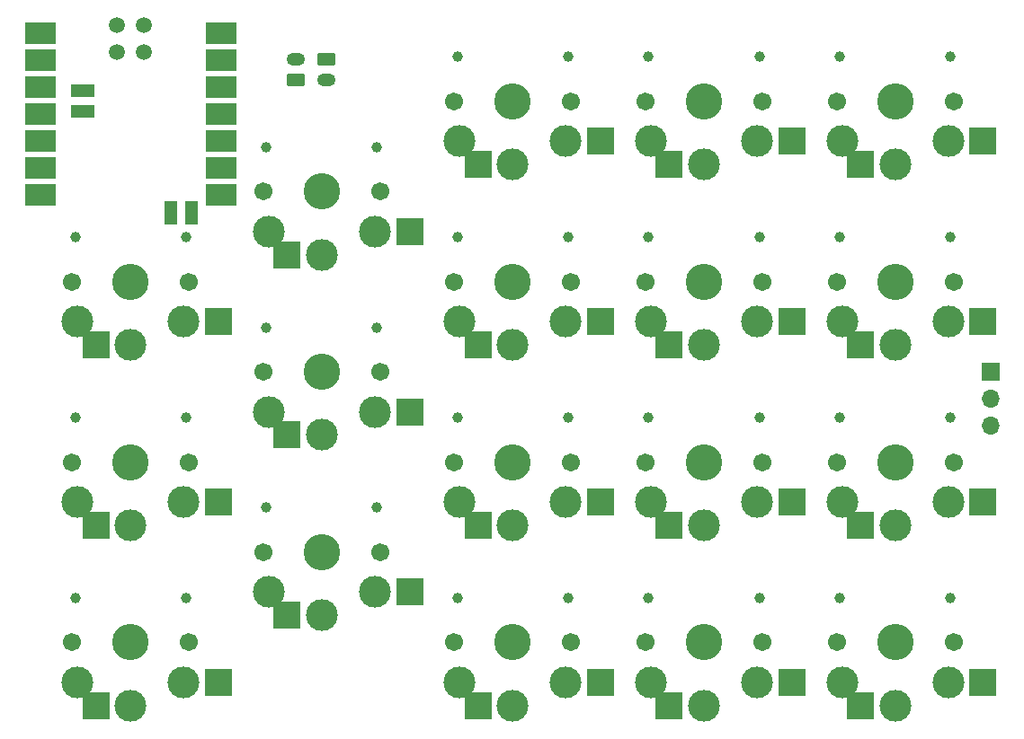
<source format=gbr>
%TF.GenerationSoftware,KiCad,Pcbnew,8.0.6*%
%TF.CreationDate,2025-02-12T16:48:57-05:00*%
%TF.ProjectId,PCB,5043422e-6b69-4636-9164-5f7063625858,rev?*%
%TF.SameCoordinates,Original*%
%TF.FileFunction,Soldermask,Top*%
%TF.FilePolarity,Negative*%
%FSLAX46Y46*%
G04 Gerber Fmt 4.6, Leading zero omitted, Abs format (unit mm)*
G04 Created by KiCad (PCBNEW 8.0.6) date 2025-02-12 16:48:57*
%MOMM*%
%LPD*%
G01*
G04 APERTURE LIST*
G04 Aperture macros list*
%AMRoundRect*
0 Rectangle with rounded corners*
0 $1 Rounding radius*
0 $2 $3 $4 $5 $6 $7 $8 $9 X,Y pos of 4 corners*
0 Add a 4 corners polygon primitive as box body*
4,1,4,$2,$3,$4,$5,$6,$7,$8,$9,$2,$3,0*
0 Add four circle primitives for the rounded corners*
1,1,$1+$1,$2,$3*
1,1,$1+$1,$4,$5*
1,1,$1+$1,$6,$7*
1,1,$1+$1,$8,$9*
0 Add four rect primitives between the rounded corners*
20,1,$1+$1,$2,$3,$4,$5,0*
20,1,$1+$1,$4,$5,$6,$7,0*
20,1,$1+$1,$6,$7,$8,$9,0*
20,1,$1+$1,$8,$9,$2,$3,0*%
G04 Aperture macros list end*
%ADD10R,1.700000X1.700000*%
%ADD11O,1.700000X1.700000*%
%ADD12C,1.701800*%
%ADD13C,0.990600*%
%ADD14C,3.000000*%
%ADD15C,3.429000*%
%ADD16R,2.600000X2.600000*%
%ADD17R,3.000000X2.000000*%
%ADD18C,1.500000*%
%ADD19R,1.300000X2.300000*%
%ADD20R,2.300000X1.300000*%
%ADD21RoundRect,0.250000X-0.625000X0.350000X-0.625000X-0.350000X0.625000X-0.350000X0.625000X0.350000X0*%
%ADD22O,1.750000X1.200000*%
%ADD23RoundRect,0.250000X0.625000X-0.350000X0.625000X0.350000X-0.625000X0.350000X-0.625000X-0.350000X0*%
G04 APERTURE END LIST*
D10*
%TO.C,J3*%
X117000000Y-59475000D03*
D11*
X117000000Y-62015000D03*
X117000000Y-64555000D03*
%TD*%
D12*
%TO.C,MX5*%
X48500000Y-59500000D03*
D13*
X48780000Y-55300000D03*
D14*
X49000000Y-63250000D03*
D15*
X54000000Y-59500000D03*
D14*
X54000000Y-65450000D03*
X59000000Y-63250000D03*
D13*
X59220000Y-55300000D03*
D12*
X59500000Y-59500000D03*
D16*
X50725000Y-65450000D03*
X62275000Y-63250000D03*
%TD*%
D12*
%TO.C,MX15*%
X84500000Y-85000000D03*
D13*
X84780000Y-80800000D03*
D14*
X85000000Y-88750000D03*
D15*
X90000000Y-85000000D03*
D14*
X90000000Y-90950000D03*
X95000000Y-88750000D03*
D13*
X95220000Y-80800000D03*
D12*
X95500000Y-85000000D03*
D16*
X86725000Y-90950000D03*
X98275000Y-88750000D03*
%TD*%
D12*
%TO.C,MX2*%
X30500000Y-68000000D03*
D13*
X30780000Y-63800000D03*
D14*
X31000000Y-71750000D03*
D15*
X36000000Y-68000000D03*
D14*
X36000000Y-73950000D03*
X41000000Y-71750000D03*
D13*
X41220000Y-63800000D03*
D12*
X41500000Y-68000000D03*
D16*
X32725000Y-73950000D03*
X44275000Y-71750000D03*
%TD*%
D17*
%TO.C,U2*%
X27500000Y-27592015D03*
X27500000Y-30132015D03*
X27500000Y-32672015D03*
X27500000Y-35212015D03*
X27500000Y-37752015D03*
X27500000Y-40292015D03*
X27500000Y-42832015D03*
X44500000Y-42832015D03*
X44500000Y-40292015D03*
X44500000Y-37752015D03*
X44500000Y-35212015D03*
X44500000Y-32672015D03*
X44500000Y-30132015D03*
X44500000Y-27592015D03*
D18*
X34730000Y-26822015D03*
X37270000Y-26822015D03*
X34730000Y-29362015D03*
X37270000Y-29362015D03*
D19*
X39800000Y-44462015D03*
X41700000Y-44462015D03*
D20*
X31500000Y-33012015D03*
X31500000Y-34912015D03*
%TD*%
D12*
%TO.C,MX10*%
X66500000Y-68000000D03*
D13*
X66780000Y-63800000D03*
D14*
X67000000Y-71750000D03*
D15*
X72000000Y-68000000D03*
D14*
X72000000Y-73950000D03*
X77000000Y-71750000D03*
D13*
X77220000Y-63800000D03*
D12*
X77500000Y-68000000D03*
D16*
X68725000Y-73950000D03*
X80275000Y-71750000D03*
%TD*%
D12*
%TO.C,MX8*%
X66500000Y-34000000D03*
D13*
X66780000Y-29800000D03*
D14*
X67000000Y-37750000D03*
D15*
X72000000Y-34000000D03*
D14*
X72000000Y-39950000D03*
X77000000Y-37750000D03*
D13*
X77220000Y-29800000D03*
D12*
X77500000Y-34000000D03*
D16*
X68725000Y-39950000D03*
X80275000Y-37750000D03*
%TD*%
D21*
%TO.C,J1*%
X54450000Y-30000000D03*
D22*
X54450000Y-32000000D03*
%TD*%
D12*
%TO.C,MX13*%
X84500000Y-51000000D03*
D13*
X84780000Y-46800000D03*
D14*
X85000000Y-54750000D03*
D15*
X90000000Y-51000000D03*
D14*
X90000000Y-56950000D03*
X95000000Y-54750000D03*
D13*
X95220000Y-46800000D03*
D12*
X95500000Y-51000000D03*
D16*
X86725000Y-56950000D03*
X98275000Y-54750000D03*
%TD*%
D12*
%TO.C,MX1*%
X30500000Y-51000000D03*
D13*
X30780000Y-46800000D03*
D14*
X31000000Y-54750000D03*
D15*
X36000000Y-51000000D03*
D14*
X36000000Y-56950000D03*
X41000000Y-54750000D03*
D13*
X41220000Y-46800000D03*
D12*
X41500000Y-51000000D03*
D16*
X32725000Y-56950000D03*
X44275000Y-54750000D03*
%TD*%
D12*
%TO.C,MX6*%
X48500000Y-76500000D03*
D13*
X48780000Y-72300000D03*
D14*
X49000000Y-80250000D03*
D15*
X54000000Y-76500000D03*
D14*
X54000000Y-82450000D03*
X59000000Y-80250000D03*
D13*
X59220000Y-72300000D03*
D12*
X59500000Y-76500000D03*
D16*
X50725000Y-82450000D03*
X62275000Y-80250000D03*
%TD*%
D12*
%TO.C,MX18*%
X102500000Y-68000000D03*
D13*
X102780000Y-63800000D03*
D14*
X103000000Y-71750000D03*
D15*
X108000000Y-68000000D03*
D14*
X108000000Y-73950000D03*
X113000000Y-71750000D03*
D13*
X113220000Y-63800000D03*
D12*
X113500000Y-68000000D03*
D16*
X104725000Y-73950000D03*
X116275000Y-71750000D03*
%TD*%
D12*
%TO.C,MX14*%
X84500000Y-68000000D03*
D13*
X84780000Y-63800000D03*
D14*
X85000000Y-71750000D03*
D15*
X90000000Y-68000000D03*
D14*
X90000000Y-73950000D03*
X95000000Y-71750000D03*
D13*
X95220000Y-63800000D03*
D12*
X95500000Y-68000000D03*
D16*
X86725000Y-73950000D03*
X98275000Y-71750000D03*
%TD*%
D12*
%TO.C,MX9*%
X66500000Y-51000000D03*
D13*
X66780000Y-46800000D03*
D14*
X67000000Y-54750000D03*
D15*
X72000000Y-51000000D03*
D14*
X72000000Y-56950000D03*
X77000000Y-54750000D03*
D13*
X77220000Y-46800000D03*
D12*
X77500000Y-51000000D03*
D16*
X68725000Y-56950000D03*
X80275000Y-54750000D03*
%TD*%
D12*
%TO.C,MX11*%
X66500000Y-85000000D03*
D13*
X66780000Y-80800000D03*
D14*
X67000000Y-88750000D03*
D15*
X72000000Y-85000000D03*
D14*
X72000000Y-90950000D03*
X77000000Y-88750000D03*
D13*
X77220000Y-80800000D03*
D12*
X77500000Y-85000000D03*
D16*
X68725000Y-90950000D03*
X80275000Y-88750000D03*
%TD*%
D12*
%TO.C,MX16*%
X102500000Y-34000000D03*
D13*
X102780000Y-29800000D03*
D14*
X103000000Y-37750000D03*
D15*
X108000000Y-34000000D03*
D14*
X108000000Y-39950000D03*
X113000000Y-37750000D03*
D13*
X113220000Y-29800000D03*
D12*
X113500000Y-34000000D03*
D16*
X104725000Y-39950000D03*
X116275000Y-37750000D03*
%TD*%
D12*
%TO.C,MX3*%
X30500000Y-85000000D03*
D13*
X30780000Y-80800000D03*
D14*
X31000000Y-88750000D03*
D15*
X36000000Y-85000000D03*
D14*
X36000000Y-90950000D03*
X41000000Y-88750000D03*
D13*
X41220000Y-80800000D03*
D12*
X41500000Y-85000000D03*
D16*
X32725000Y-90950000D03*
X44275000Y-88750000D03*
%TD*%
D12*
%TO.C,MX12*%
X84500000Y-34000000D03*
D13*
X84780000Y-29800000D03*
D14*
X85000000Y-37750000D03*
D15*
X90000000Y-34000000D03*
D14*
X90000000Y-39950000D03*
X95000000Y-37750000D03*
D13*
X95220000Y-29800000D03*
D12*
X95500000Y-34000000D03*
D16*
X86725000Y-39950000D03*
X98275000Y-37750000D03*
%TD*%
D12*
%TO.C,MX4*%
X48500000Y-42500000D03*
D13*
X48780000Y-38300000D03*
D14*
X49000000Y-46250000D03*
D15*
X54000000Y-42500000D03*
D14*
X54000000Y-48450000D03*
X59000000Y-46250000D03*
D13*
X59220000Y-38300000D03*
D12*
X59500000Y-42500000D03*
D16*
X50725000Y-48450000D03*
X62275000Y-46250000D03*
%TD*%
D12*
%TO.C,MX17*%
X102500000Y-51000000D03*
D13*
X102780000Y-46800000D03*
D14*
X103000000Y-54750000D03*
D15*
X108000000Y-51000000D03*
D14*
X108000000Y-56950000D03*
X113000000Y-54750000D03*
D13*
X113220000Y-46800000D03*
D12*
X113500000Y-51000000D03*
D16*
X104725000Y-56950000D03*
X116275000Y-54750000D03*
%TD*%
D12*
%TO.C,MX19*%
X102500000Y-85000000D03*
D13*
X102780000Y-80800000D03*
D14*
X103000000Y-88750000D03*
D15*
X108000000Y-85000000D03*
D14*
X108000000Y-90950000D03*
X113000000Y-88750000D03*
D13*
X113220000Y-80800000D03*
D12*
X113500000Y-85000000D03*
D16*
X104725000Y-90950000D03*
X116275000Y-88750000D03*
%TD*%
D23*
%TO.C,J2*%
X51550000Y-32000000D03*
D22*
X51550000Y-30000000D03*
%TD*%
M02*

</source>
